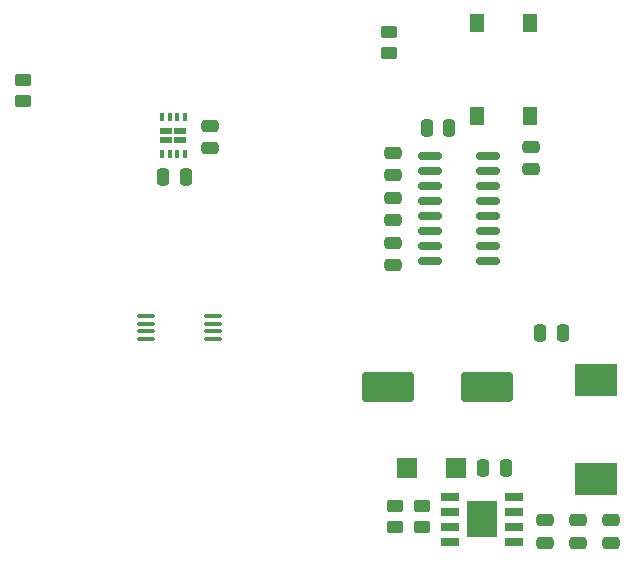
<source format=gbr>
%TF.GenerationSoftware,KiCad,Pcbnew,(7.0.0)*%
%TF.CreationDate,2023-03-02T20:10:48+13:00*%
%TF.ProjectId,pico_expansion_board,7069636f-5f65-4787-9061-6e73696f6e5f,rev?*%
%TF.SameCoordinates,Original*%
%TF.FileFunction,Paste,Top*%
%TF.FilePolarity,Positive*%
%FSLAX46Y46*%
G04 Gerber Fmt 4.6, Leading zero omitted, Abs format (unit mm)*
G04 Created by KiCad (PCBNEW (7.0.0)) date 2023-03-02 20:10:48*
%MOMM*%
%LPD*%
G01*
G04 APERTURE LIST*
G04 Aperture macros list*
%AMRoundRect*
0 Rectangle with rounded corners*
0 $1 Rounding radius*
0 $2 $3 $4 $5 $6 $7 $8 $9 X,Y pos of 4 corners*
0 Add a 4 corners polygon primitive as box body*
4,1,4,$2,$3,$4,$5,$6,$7,$8,$9,$2,$3,0*
0 Add four circle primitives for the rounded corners*
1,1,$1+$1,$2,$3*
1,1,$1+$1,$4,$5*
1,1,$1+$1,$6,$7*
1,1,$1+$1,$8,$9*
0 Add four rect primitives between the rounded corners*
20,1,$1+$1,$2,$3,$4,$5,0*
20,1,$1+$1,$4,$5,$6,$7,0*
20,1,$1+$1,$6,$7,$8,$9,0*
20,1,$1+$1,$8,$9,$2,$3,0*%
G04 Aperture macros list end*
%ADD10R,1.525000X0.650000*%
%ADD11R,2.600000X3.100000*%
%ADD12R,1.800000X1.700000*%
%ADD13R,3.600000X2.700000*%
%ADD14RoundRect,0.250000X1.950000X1.000000X-1.950000X1.000000X-1.950000X-1.000000X1.950000X-1.000000X0*%
%ADD15RoundRect,0.100000X0.637500X0.100000X-0.637500X0.100000X-0.637500X-0.100000X0.637500X-0.100000X0*%
%ADD16R,1.000000X0.600000*%
%ADD17R,0.350000X0.650000*%
%ADD18RoundRect,0.250000X-0.475000X0.250000X-0.475000X-0.250000X0.475000X-0.250000X0.475000X0.250000X0*%
%ADD19RoundRect,0.250000X0.450000X-0.262500X0.450000X0.262500X-0.450000X0.262500X-0.450000X-0.262500X0*%
%ADD20RoundRect,0.250000X0.475000X-0.250000X0.475000X0.250000X-0.475000X0.250000X-0.475000X-0.250000X0*%
%ADD21RoundRect,0.250000X-0.250000X-0.475000X0.250000X-0.475000X0.250000X0.475000X-0.250000X0.475000X0*%
%ADD22R,1.300000X1.550000*%
%ADD23RoundRect,0.250000X0.250000X0.475000X-0.250000X0.475000X-0.250000X-0.475000X0.250000X-0.475000X0*%
%ADD24RoundRect,0.150000X-0.825000X-0.150000X0.825000X-0.150000X0.825000X0.150000X-0.825000X0.150000X0*%
%ADD25RoundRect,0.250000X-0.450000X0.262500X-0.450000X-0.262500X0.450000X-0.262500X0.450000X0.262500X0*%
G04 APERTURE END LIST*
D10*
%TO.C,IC1*%
X116413999Y-110616999D03*
X116413999Y-111886999D03*
X116413999Y-113156999D03*
X116413999Y-114426999D03*
X121837999Y-114426999D03*
X121837999Y-113156999D03*
X121837999Y-111886999D03*
X121837999Y-110616999D03*
D11*
X119125999Y-112521999D03*
%TD*%
D12*
%TO.C,D1*%
X116857999Y-108203999D03*
X112757999Y-108203999D03*
%TD*%
D13*
%TO.C,L1*%
X128777999Y-109051999D03*
X128777999Y-100751999D03*
%TD*%
D14*
%TO.C,C18*%
X111116000Y-101346000D03*
X119516000Y-101346000D03*
%TD*%
D15*
%TO.C,U4*%
X96334500Y-97241000D03*
X96334500Y-96591000D03*
X96334500Y-95941000D03*
X96334500Y-95291000D03*
X90609500Y-95291000D03*
X90609500Y-95941000D03*
X90609500Y-96591000D03*
X90609500Y-97241000D03*
%TD*%
D16*
%TO.C,U2*%
X92363999Y-80397499D03*
X93563999Y-80397499D03*
X92363999Y-79622499D03*
X93563999Y-79622499D03*
D17*
X91988999Y-81559999D03*
X92638999Y-81559999D03*
X93288999Y-81559999D03*
X93938999Y-81559999D03*
X93938999Y-78459999D03*
X93288999Y-78459999D03*
X92638999Y-78459999D03*
X91988999Y-78459999D03*
%TD*%
D18*
%TO.C,C5*%
X124460000Y-112588000D03*
X124460000Y-114488000D03*
%TD*%
D19*
%TO.C,R1*%
X111252000Y-73048500D03*
X111252000Y-71223500D03*
%TD*%
D20*
%TO.C,C7*%
X111571000Y-90993000D03*
X111571000Y-89093000D03*
%TD*%
%TO.C,C2*%
X96104000Y-81080500D03*
X96104000Y-79180500D03*
%TD*%
D21*
%TO.C,C1*%
X114431000Y-79375000D03*
X116331000Y-79375000D03*
%TD*%
D22*
%TO.C,SW1*%
X118653999Y-78396999D03*
X118653999Y-70446999D03*
X123153999Y-78396999D03*
X123153999Y-70446999D03*
%TD*%
D23*
%TO.C,C3*%
X94006000Y-83566000D03*
X92106000Y-83566000D03*
%TD*%
D18*
%TO.C,C9*%
X127254000Y-112588000D03*
X127254000Y-114488000D03*
%TD*%
%TO.C,C4*%
X123255000Y-80965000D03*
X123255000Y-82865000D03*
%TD*%
D23*
%TO.C,C19*%
X125918000Y-96774000D03*
X124018000Y-96774000D03*
%TD*%
D20*
%TO.C,C8*%
X111571000Y-83373000D03*
X111571000Y-81473000D03*
%TD*%
D18*
%TO.C,C16*%
X130048000Y-112588000D03*
X130048000Y-114488000D03*
%TD*%
%TO.C,C6*%
X111571000Y-85283000D03*
X111571000Y-87183000D03*
%TD*%
D24*
%TO.C,U1*%
X114684000Y-81788000D03*
X114684000Y-83058000D03*
X114684000Y-84328000D03*
X114684000Y-85598000D03*
X114684000Y-86868000D03*
X114684000Y-88138000D03*
X114684000Y-89408000D03*
X114684000Y-90678000D03*
X119634000Y-90678000D03*
X119634000Y-89408000D03*
X119634000Y-88138000D03*
X119634000Y-86868000D03*
X119634000Y-85598000D03*
X119634000Y-84328000D03*
X119634000Y-83058000D03*
X119634000Y-81788000D03*
%TD*%
D19*
%TO.C,R6*%
X114046000Y-113180500D03*
X114046000Y-111355500D03*
%TD*%
%TO.C,R3*%
X80264000Y-77112500D03*
X80264000Y-75287500D03*
%TD*%
D25*
%TO.C,R2*%
X111760000Y-111355500D03*
X111760000Y-113180500D03*
%TD*%
D21*
%TO.C,C17*%
X119192000Y-108204000D03*
X121092000Y-108204000D03*
%TD*%
M02*

</source>
